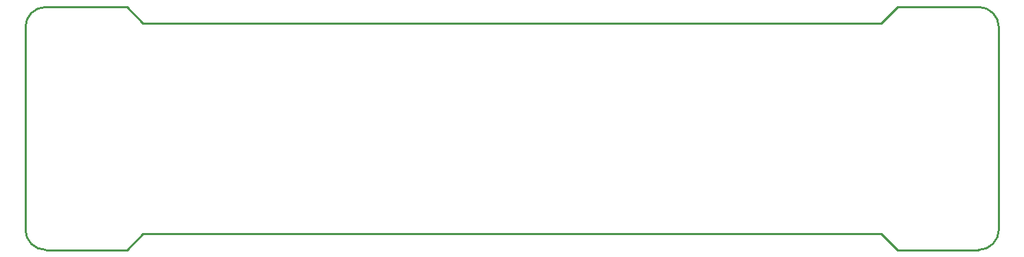
<source format=gbr>
%TF.GenerationSoftware,Altium Limited,Altium Designer,22.7.1 (60)*%
G04 Layer_Color=32768*
%FSLAX43Y43*%
%MOMM*%
%TF.SameCoordinates,9191ECB2-230E-4BD1-81F0-C314D0E832B5*%
%TF.FilePolarity,Positive*%
%TF.FileFunction,Other,Board_Outline_(ES)*%
%TF.Part,Single*%
G01*
G75*
%TA.AperFunction,NonConductor*%
%ADD52C,0.254*%
D52*
X117500Y0D02*
G03*
X120000Y2500I0J2500D01*
G01*
X120000Y27500D02*
G03*
X117500Y30000I-2500J0D01*
G01*
X2500D02*
G03*
X0Y27500I0J-2500D01*
G01*
Y2500D02*
G03*
X2500Y0I2500J0D01*
G01*
X105500Y28000D02*
X107500Y30000D01*
X117500D01*
X105500Y2000D02*
X107500Y0D01*
X117500D01*
X12500D02*
X14500Y2000D01*
X2500Y0D02*
X12500D01*
Y30000D02*
X14500Y28000D01*
X105500Y28000D01*
X120000Y2500D02*
Y27500D01*
X0Y2500D02*
Y27500D01*
X2500Y30000D02*
X12500D01*
X14500Y2000D02*
X105500Y2000D01*
%TF.MD5,a467152807f52d25218e76acc6d0eb10*%
M02*

</source>
